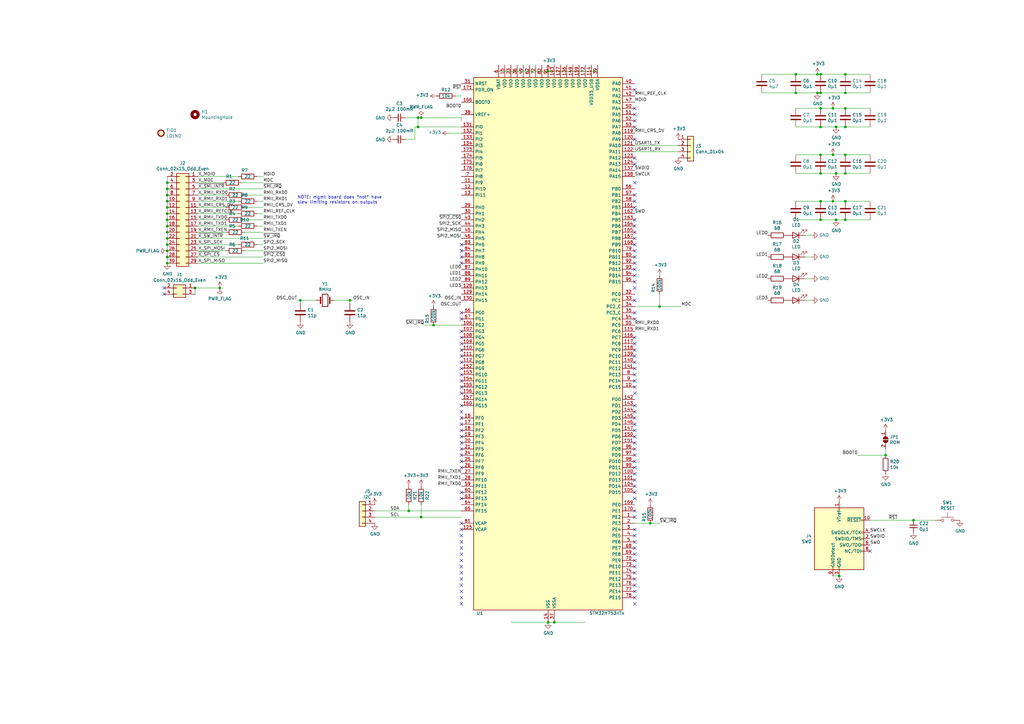
<source format=kicad_sch>
(kicad_sch (version 20230121) (generator eeschema)
  (paper "A3")
  (title_block (title "Gimlet-let addon thingy") (date "2021-04-21") (rev "1") (company "Oxide Computer Company"))
  (junction (at 68.58 100.33))
  (junction (at 342.9 90.17))
  (junction (at 341.63 82.55))
  (junction (at 224.79 29.21))
  (junction (at 68.58 92.71))
  (junction (at 177.8 133.35))
  (junction (at 342.9 71.12))
  (junction (at 68.58 87.63))
  (junction (at 68.58 77.47))
  (junction (at 68.58 80.01))
  (junction (at 270.51 125.73))
  (junction (at 336.55 82.55))
  (junction (at 335.28 30.48))
  (junction (at 336.55 38.1))
  (junction (at 344.17 236.22))
  (junction (at 68.58 107.95))
  (junction (at 68.58 85.09))
  (junction (at 346.71 30.48))
  (junction (at 68.58 105.41))
  (junction (at 143.51 123.19))
  (junction (at 346.71 44.45))
  (junction (at 335.28 38.1))
  (junction (at 346.71 63.5))
  (junction (at 341.63 44.45))
  (junction (at 123.19 123.19))
  (junction (at 336.55 63.5))
  (junction (at 68.58 102.87))
  (junction (at 363.22 186.69))
  (junction (at 266.7 214.63))
  (junction (at 68.58 90.17))
  (junction (at 326.39 30.48))
  (junction (at 172.72 48.26))
  (junction (at 346.71 90.17))
  (junction (at 171.45 48.26))
  (junction (at 326.39 38.1))
  (junction (at 68.58 74.93))
  (junction (at 374.65 213.36))
  (junction (at 346.71 38.1))
  (junction (at 171.45 52.07))
  (junction (at 68.58 95.25))
  (junction (at 68.58 97.79))
  (junction (at 336.55 71.12))
  (junction (at 336.55 44.45))
  (junction (at 336.55 52.07))
  (junction (at 346.71 52.07))
  (junction (at 336.55 30.48))
  (junction (at 80.01 118.11))
  (junction (at 167.64 209.55))
  (junction (at 172.72 212.09))
  (junction (at 68.58 82.55))
  (junction (at 346.71 82.55))
  (junction (at 224.79 255.27))
  (junction (at 90.17 118.11))
  (junction (at 342.9 52.07))
  (junction (at 346.71 71.12))
  (junction (at 341.63 63.5))
  (junction (at 227.33 255.27))
  (junction (at 336.55 90.17))
  (no_connect (at 260.35 146.05))
  (no_connect (at 189.23 138.43))
  (no_connect (at 189.23 179.07))
  (no_connect (at 189.23 102.87))
  (no_connect (at 260.35 156.21))
  (no_connect (at 260.35 240.03))
  (no_connect (at 260.35 138.43))
  (no_connect (at 260.35 179.07))
  (no_connect (at 260.35 166.37))
  (no_connect (at 260.35 153.67))
  (no_connect (at 189.23 227.33))
  (no_connect (at 260.35 128.27))
  (no_connect (at 260.35 100.33))
  (no_connect (at 260.35 148.59))
  (no_connect (at 260.35 229.87))
  (no_connect (at 189.23 140.97))
  (no_connect (at 260.35 191.77))
  (no_connect (at 260.35 143.51))
  (no_connect (at 260.35 44.45))
  (no_connect (at 260.35 80.01))
  (no_connect (at 260.35 173.99))
  (no_connect (at 260.35 57.15))
  (no_connect (at 260.35 224.79))
  (no_connect (at 260.35 115.57))
  (no_connect (at 260.35 82.55))
  (no_connect (at 189.23 184.15))
  (no_connect (at 260.35 247.65))
  (no_connect (at 260.35 176.53))
  (no_connect (at 260.35 95.25))
  (no_connect (at 260.35 102.87))
  (no_connect (at 260.35 196.85))
  (no_connect (at 260.35 212.09))
  (no_connect (at 260.35 199.39))
  (no_connect (at 260.35 227.33))
  (no_connect (at 260.35 92.71))
  (no_connect (at 189.23 156.21))
  (no_connect (at 260.35 158.75))
  (no_connect (at 189.23 237.49))
  (no_connect (at 189.23 128.27))
  (no_connect (at 260.35 74.93))
  (no_connect (at 189.23 242.57))
  (no_connect (at 189.23 173.99))
  (no_connect (at 189.23 201.93))
  (no_connect (at 189.23 240.03))
  (no_connect (at 189.23 166.37))
  (no_connect (at 189.23 135.89))
  (no_connect (at 260.35 97.79))
  (no_connect (at 260.35 52.07))
  (no_connect (at 260.35 181.61))
  (no_connect (at 189.23 143.51))
  (no_connect (at 189.23 214.63))
  (no_connect (at 189.23 224.79))
  (no_connect (at 189.23 168.91))
  (no_connect (at 189.23 186.69))
  (no_connect (at 67.31 120.65))
  (no_connect (at 189.23 107.95))
  (no_connect (at 260.35 49.53))
  (no_connect (at 189.23 176.53))
  (no_connect (at 189.23 130.81))
  (no_connect (at 260.35 140.97))
  (no_connect (at 189.23 245.11))
  (no_connect (at 189.23 234.95))
  (no_connect (at 260.35 110.49))
  (no_connect (at 260.35 184.15))
  (no_connect (at 260.35 217.17))
  (no_connect (at 189.23 217.17))
  (no_connect (at 260.35 90.17))
  (no_connect (at 260.35 113.03))
  (no_connect (at 260.35 209.55))
  (no_connect (at 260.35 67.31))
  (no_connect (at 189.23 151.13))
  (no_connect (at 260.35 107.95))
  (no_connect (at 260.35 118.11))
  (no_connect (at 189.23 105.41))
  (no_connect (at 260.35 194.31))
  (no_connect (at 356.87 226.06))
  (no_connect (at 189.23 189.23))
  (no_connect (at 189.23 161.29))
  (no_connect (at 260.35 234.95))
  (no_connect (at 189.23 204.47))
  (no_connect (at 260.35 64.77))
  (no_connect (at 189.23 219.71))
  (no_connect (at 260.35 189.23))
  (no_connect (at 189.23 148.59))
  (no_connect (at 260.35 204.47))
  (no_connect (at 260.35 219.71))
  (no_connect (at 260.35 171.45))
  (no_connect (at 260.35 168.91))
  (no_connect (at 260.35 222.25))
  (no_connect (at 260.35 186.69))
  (no_connect (at 260.35 242.57))
  (no_connect (at 189.23 191.77))
  (no_connect (at 260.35 151.13))
  (no_connect (at 260.35 36.83))
  (no_connect (at 260.35 85.09))
  (no_connect (at 260.35 245.11))
  (no_connect (at 260.35 232.41))
  (no_connect (at 260.35 130.81))
  (no_connect (at 189.23 171.45))
  (no_connect (at 260.35 105.41))
  (no_connect (at 189.23 146.05))
  (no_connect (at 189.23 181.61))
  (no_connect (at 189.23 100.33))
  (no_connect (at 67.31 118.11))
  (no_connect (at 260.35 161.29))
  (no_connect (at 260.35 123.19))
  (no_connect (at 260.35 46.99))
  (no_connect (at 189.23 153.67))
  (no_connect (at 189.23 232.41))
  (no_connect (at 189.23 222.25))
  (no_connect (at 260.35 201.93))
  (no_connect (at 260.35 237.49))
  (no_connect (at 189.23 247.65))
  (no_connect (at 189.23 158.75))
  (no_connect (at 189.23 229.87))
  (wire (pts (xy 336.55 63.5) (xy 341.63 63.5)))
  (wire (pts (xy 336.55 71.12) (xy 326.39 71.12)))
  (wire (pts (xy 326.39 82.55) (xy 336.55 82.55)))
  (wire (pts (xy 105.41 87.63) (xy 107.95 87.63)))
  (wire (pts (xy 68.58 100.33) (xy 68.58 102.87)))
  (wire (pts (xy 123.19 123.19) (xy 123.19 124.46)))
  (wire (pts (xy 356.87 38.1) (xy 346.71 38.1)))
  (wire (pts (xy 346.71 90.17) (xy 342.9 90.17)))
  (wire (pts (xy 81.28 87.63) (xy 97.79 87.63)))
  (wire (pts (xy 330.2 114.3) (xy 332.74 114.3)))
  (wire (pts (xy 260.35 125.73) (xy 270.51 125.73)))
  (wire (pts (xy 336.55 30.48) (xy 346.71 30.48)))
  (wire (pts (xy 330.2 96.52) (xy 332.74 96.52)))
  (wire (pts (xy 184.15 54.61) (xy 189.23 54.61)))
  (wire (pts (xy 356.87 71.12) (xy 346.71 71.12)))
  (wire (pts (xy 209.55 255.27) (xy 224.79 255.27)))
  (wire (pts (xy 68.58 85.09) (xy 68.58 87.63)))
  (wire (pts (xy 105.41 82.55) (xy 107.95 82.55)))
  (wire (pts (xy 81.28 72.39) (xy 97.79 72.39)))
  (wire (pts (xy 336.55 82.55) (xy 341.63 82.55)))
  (wire (pts (xy 344.17 236.22) (xy 341.63 236.22)))
  (wire (pts (xy 326.39 38.1) (xy 312.42 38.1)))
  (wire (pts (xy 189.23 52.07) (xy 171.45 52.07)))
  (wire (pts (xy 170.18 57.15) (xy 166.37 57.15)))
  (wire (pts (xy 346.71 44.45) (xy 356.87 44.45)))
  (wire (pts (xy 100.33 90.17) (xy 107.95 90.17)))
  (wire (pts (xy 81.28 77.47) (xy 107.95 77.47)))
  (wire (pts (xy 143.51 123.19) (xy 144.78 123.19)))
  (wire (pts (xy 363.22 184.15) (xy 363.22 186.69)))
  (wire (pts (xy 383.54 213.36) (xy 374.65 213.36)))
  (wire (pts (xy 172.72 48.26) (xy 189.23 48.26)))
  (wire (pts (xy 326.39 44.45) (xy 336.55 44.45)))
  (wire (pts (xy 68.58 80.01) (xy 68.58 82.55)))
  (wire (pts (xy 342.9 90.17) (xy 336.55 90.17)))
  (wire (pts (xy 278.13 59.69) (xy 260.35 59.69)))
  (wire (pts (xy 312.42 30.48) (xy 326.39 30.48)))
  (wire (pts (xy 351.79 186.69) (xy 363.22 186.69)))
  (wire (pts (xy 153.67 212.09) (xy 172.72 212.09)))
  (wire (pts (xy 346.71 63.5) (xy 356.87 63.5)))
  (wire (pts (xy 189.23 212.09) (xy 172.72 212.09)))
  (wire (pts (xy 279.4 125.73) (xy 270.51 125.73)))
  (wire (pts (xy 341.63 44.45) (xy 346.71 44.45)))
  (wire (pts (xy 99.06 74.93) (xy 107.95 74.93)))
  (wire (pts (xy 170.18 52.07) (xy 170.18 57.15)))
  (wire (pts (xy 346.71 38.1) (xy 336.55 38.1)))
  (wire (pts (xy 81.28 92.71) (xy 97.79 92.71)))
  (wire (pts (xy 81.28 100.33) (xy 97.79 100.33)))
  (wire (pts (xy 278.13 62.23) (xy 260.35 62.23)))
  (wire (pts (xy 266.7 214.63) (xy 260.35 214.63)))
  (wire (pts (xy 92.71 85.09) (xy 81.28 85.09)))
  (wire (pts (xy 346.71 30.48) (xy 356.87 30.48)))
  (wire (pts (xy 107.95 80.01) (xy 100.33 80.01)))
  (wire (pts (xy 336.55 52.07) (xy 326.39 52.07)))
  (wire (pts (xy 107.95 85.09) (xy 100.33 85.09)))
  (wire (pts (xy 342.9 52.07) (xy 336.55 52.07)))
  (wire (pts (xy 100.33 102.87) (xy 107.95 102.87)))
  (wire (pts (xy 68.58 102.87) (xy 68.58 105.41)))
  (wire (pts (xy 330.2 105.41) (xy 332.74 105.41)))
  (wire (pts (xy 374.65 213.36) (xy 356.87 213.36)))
  (wire (pts (xy 68.58 92.71) (xy 68.58 95.25)))
  (wire (pts (xy 68.58 74.93) (xy 68.58 77.47)))
  (wire (pts (xy 143.51 123.19) (xy 143.51 124.46)))
  (wire (pts (xy 270.51 125.73) (xy 270.51 120.65)))
  (wire (pts (xy 227.33 255.27) (xy 240.03 255.27)))
  (wire (pts (xy 346.71 71.12) (xy 342.9 71.12)))
  (wire (pts (xy 80.01 118.11) (xy 80.01 120.65)))
  (wire (pts (xy 326.39 30.48) (xy 335.28 30.48)))
  (wire (pts (xy 107.95 105.41) (xy 81.28 105.41)))
  (wire (pts (xy 173.99 133.35) (xy 177.8 133.35)))
  (wire (pts (xy 80.01 118.11) (xy 90.17 118.11)))
  (wire (pts (xy 68.58 95.25) (xy 68.58 97.79)))
  (wire (pts (xy 166.37 48.26) (xy 171.45 48.26)))
  (wire (pts (xy 105.41 100.33) (xy 107.95 100.33)))
  (wire (pts (xy 356.87 52.07) (xy 346.71 52.07)))
  (wire (pts (xy 342.9 71.12) (xy 336.55 71.12)))
  (wire (pts (xy 335.28 38.1) (xy 326.39 38.1)))
  (wire (pts (xy 224.79 255.27) (xy 227.33 255.27)))
  (wire (pts (xy 171.45 48.26) (xy 171.45 52.07)))
  (wire (pts (xy 68.58 97.79) (xy 68.58 100.33)))
  (wire (pts (xy 332.74 123.19) (xy 330.2 123.19)))
  (wire (pts (xy 81.28 82.55) (xy 97.79 82.55)))
  (wire (pts (xy 167.64 209.55) (xy 189.23 209.55)))
  (wire (pts (xy 81.28 97.79) (xy 107.95 97.79)))
  (wire (pts (xy 346.71 52.07) (xy 342.9 52.07)))
  (wire (pts (xy 171.45 48.26) (xy 172.72 48.26)))
  (wire (pts (xy 68.58 77.47) (xy 68.58 80.01)))
  (wire (pts (xy 336.55 44.45) (xy 341.63 44.45)))
  (wire (pts (xy 81.28 102.87) (xy 92.71 102.87)))
  (wire (pts (xy 100.33 95.25) (xy 107.95 95.25)))
  (wire (pts (xy 68.58 90.17) (xy 68.58 92.71)))
  (wire (pts (xy 68.58 72.39) (xy 68.58 74.93)))
  (wire (pts (xy 81.28 74.93) (xy 91.44 74.93)))
  (wire (pts (xy 224.79 29.21) (xy 245.11 29.21)))
  (wire (pts (xy 336.55 90.17) (xy 326.39 90.17)))
  (wire (pts (xy 153.67 209.55) (xy 167.64 209.55)))
  (wire (pts (xy 81.28 95.25) (xy 92.71 95.25)))
  (wire (pts (xy 177.8 133.35) (xy 189.23 133.35)))
  (wire (pts (xy 172.72 207.01) (xy 172.72 212.09)))
  (wire (pts (xy 129.54 123.19) (xy 123.19 123.19)))
  (wire (pts (xy 336.55 38.1) (xy 335.28 38.1)))
  (wire (pts (xy 189.23 48.26) (xy 189.23 49.53)))
  (wire (pts (xy 341.63 63.5) (xy 346.71 63.5)))
  (wire (pts (xy 346.71 82.55) (xy 356.87 82.55)))
  (wire (pts (xy 81.28 90.17) (xy 92.71 90.17)))
  (wire (pts (xy 326.39 63.5) (xy 336.55 63.5)))
  (wire (pts (xy 356.87 90.17) (xy 346.71 90.17)))
  (wire (pts (xy 204.47 29.21) (xy 224.79 29.21)))
  (wire (pts (xy 105.41 92.71) (xy 107.95 92.71)))
  (wire (pts (xy 171.45 52.07) (xy 170.18 52.07)))
  (wire (pts (xy 81.28 107.95) (xy 107.95 107.95)))
  (wire (pts (xy 167.64 207.01) (xy 167.64 209.55)))
  (wire (pts (xy 137.16 123.19) (xy 143.51 123.19)))
  (wire (pts (xy 68.58 82.55) (xy 68.58 85.09)))
  (wire (pts (xy 68.58 87.63) (xy 68.58 90.17)))
  (wire (pts (xy 186.69 39.37) (xy 189.23 39.37)))
  (wire (pts (xy 92.71 80.01) (xy 81.28 80.01)))
  (wire (pts (xy 107.95 72.39) (xy 105.41 72.39)))
  (wire (pts (xy 123.19 123.19) (xy 121.92 123.19)))
  (wire (pts (xy 335.28 30.48) (xy 336.55 30.48)))
  (wire (pts (xy 68.58 105.41) (xy 68.58 107.95)))
  (wire (pts (xy 341.63 82.55) (xy 346.71 82.55)))
  (wire (pts (xy 270.51 214.63) (xy 266.7 214.63)))
  (text "NOTE: mgmt board does *not* have\nslew limiting resistors on outputs" (at 121.92 83.82 0) (effects (font (size 1.27 1.27)) (justify left bottom)))
  (label "LED0" (at 314.96 96.52 180))
  (label "RMII_RXD1" (at 260.35 135.89 0))
  (label "LED3" (at 314.96 123.19 180))
  (label "SPI2_MOSI" (at 189.23 97.79 180))
  (label "SWO" (at 356.87 223.52 0))
  (label "RMII_TXEN" (at 107.95 95.25 0))
  (label "~{SW_IRQ}" (at 270.51 214.63 0))
  (label "X_RMII_TXD1" (at 81.28 92.71 0))
  (label "SPI2_MISO" (at 189.23 95.25 180))
  (label "RMII_TXD0" (at 189.23 199.39 180))
  (label "SPI2_MOSI" (at 107.95 102.87 0))
  (label "BOOT0" (at 189.23 44.45 180))
  (label "~{SMI_IRQ}" (at 173.99 133.35 180))
  (label "~{X_SMI_INTR}" (at 81.28 77.47 0))
  (label "SPI2_SCK" (at 107.95 100.33 0))
  (label "LED1" (at 314.96 105.41 180))
  (label "RMII_CRS_DV" (at 260.35 54.61 0))
  (label "X_RMII_RXD1" (at 81.28 82.55 0))
  (label "SWO" (at 260.35 87.63 0))
  (label "~{SMI_IRQ}" (at 107.95 77.47 0))
  (label "RMII_TXEN" (at 189.23 194.31 180))
  (label "X_MDC" (at 81.28 74.93 0))
  (label "USART1_TX" (at 260.35 59.69 0))
  (label "X_SPI_SCK" (at 81.28 100.33 0))
  (label "OSC_IN" (at 144.78 123.19 0))
  (label "SWCLK" (at 356.87 218.44 0))
  (label "RMII_RXD0" (at 107.95 80.01 0))
  (label "RMII_TXD1" (at 107.95 92.71 0))
  (label "~{X_SW_INTR}" (at 81.28 97.79 0))
  (label "LED2" (at 314.96 114.3 180))
  (label "MDC" (at 279.4 125.73 0))
  (label "USART1_RX" (at 260.35 62.23 0))
  (label "LED3" (at 189.23 118.11 180))
  (label "SCL" (at 163.83 212.09 180))
  (label "RMII_TXD0" (at 107.95 90.17 0))
  (label "X_RMII_TXEN" (at 81.28 95.25 0))
  (label "RMII_CRS_DV" (at 107.95 85.09 0))
  (label "X_RMII_REFCLK" (at 81.28 87.63 0))
  (label "SDA" (at 163.83 209.55 180))
  (label "SWCLK" (at 260.35 72.39 0))
  (label "X_SPI_MOSI" (at 81.28 102.87 0))
  (label "RMII_TXD1" (at 189.23 196.85 180))
  (label "LED0" (at 189.23 110.49 180))
  (label "SWDIO" (at 356.87 220.98 0))
  (label "LED1" (at 189.23 113.03 180))
  (label "OSC_OUT" (at 121.92 123.19 180))
  (label "LED2" (at 189.23 115.57 180))
  (label "X_SPI_MISO" (at 81.28 107.95 0))
  (label "OSC_IN" (at 189.23 123.19 180))
  (label "X_RMII_CRS_DV" (at 81.28 85.09 0))
  (label "RMII_RXD0" (at 260.35 133.35 0))
  (label "SWDIO" (at 260.35 69.85 0))
  (label "SPI2_MISO" (at 107.95 107.95 0))
  (label "~{SW_IRQ}" (at 107.95 97.79 0))
  (label "MDIO" (at 260.35 41.91 0))
  (label "X_RMII_RXD0" (at 81.28 80.01 0))
  (label "OSC_OUT" (at 189.23 125.73 180))
  (label "BOOT0" (at 351.79 186.69 180))
  (label "MDC" (at 107.95 74.93 0))
  (label "SPI2_SCK" (at 189.23 92.71 180))
  (label "RMII_REF_CLK" (at 260.35 39.37 0))
  (label "MDIO" (at 107.95 72.39 0))
  (label "X_MDIO" (at 81.28 72.39 0))
  (label "~{RST}" (at 364.49 213.36 0))
  (label "~{X_SPI_CS}" (at 81.28 105.41 0))
  (label "~{RST}" (at 189.23 36.83 180))
  (label "X_RMII_TXD0" (at 81.28 90.17 0))
  (label "~{SPI2_CS0}" (at 189.23 90.17 180))
  (label "RMII_REF_CLK" (at 107.95 87.63 0))
  (label "RMII_RXD1" (at 107.95 82.55 0))
  (label "~{SPI2_CS0}" (at 107.95 105.41 0))
  (symbol (lib_id "Connector:Conn_ARM_JTAG_SWD_10") (at 344.17 220.98 0) (unit 1)
    (property "Reference" "J4" (at 332.9178 219.8116 0) (effects (justify right)))
    (property "Value" "SWD" (at 332.9178 222.123 0) (effects (justify right)))
    (property "Footprint" "Connector_PinHeader_1.27mm:PinHeader_2x05_P1.27mm_Vertical_SMD" (effects hide))
    (property "Datasheet" "http://infocenter.arm.com/help/topic/com.arm.doc.ddi0314h/DDI0314H_coresight_components_trm.pdf" (effects hide))
  )
  (symbol (lib_id "Switch:SW_Push") (at 388.62 213.36 0) (unit 1)
    (property "Reference" "SW1" (at 388.62 206.121 0))
    (property "Value" "RESET" (at 388.62 208.4324 0))
    (property "Footprint" "c-and-k-pts851:PTS815" (effects hide))
  )
  (symbol (lib_id "Device:Crystal") (at 133.35 123.19 0) (unit 1)
    (property "Reference" "Y1" (at 133.35 116.3828 0))
    (property "Value" "8MHz" (at 133.35 118.6942 0))
    (property "Footprint" "Crystal:Crystal_SMD_5032-2Pin_5.0x3.2mm" (effects hide))
  )
  (symbol (lib_id "Connector_Generic:Conn_02x15_Odd_Even") (at 76.2 90.17 0) (mirror y) (unit 1)
    (property "Reference" "J2" (at 74.93 66.8782 0))
    (property "Value" "Conn_02x15_Odd_Even" (at 74.93 69.1896 0))
    (property "Footprint" "Connector_PinSocket_2.54mm:PinSocket_2x15_P2.54mm_Vertical" (effects hide))
  )
  (symbol (lib_id "Connector_Generic:Conn_02x02_Odd_Even") (at 74.93 118.11 0) (mirror y) (unit 1)
    (property "Reference" "J1" (at 73.66 112.5982 0))
    (property "Value" "Conn_02x16_Odd_Even" (at 73.66 114.9096 0))
    (property "Footprint" "Connector_PinSocket_2.54mm:PinSocket_2x02_P2.54mm_Vertical" (effects hide))
  )
  (symbol (lib_id "power:GND") (at 68.58 107.95 0) (unit 1)
    (property "Reference" "#PWR02" (effects hide))
    (property "Value" "GND" (at 68.707 112.3442 0))
  )
  (symbol (lib_id "power:+3V3") (at 90.17 118.11 0) (unit 1)
    (property "Reference" "#PWR03" (effects hide))
    (property "Value" "+3V3" (at 90.551 113.7158 0))
  )
  (symbol (lib_id "Device:C_Small") (at 374.65 215.9 0) (unit 1)
    (property "Reference" "C22" (at 376.9868 214.7316 0) (effects (justify left)))
    (property "Value" "0µ1" (at 376.9868 217.043 0) (effects (justify left)))
    (property "Footprint" "Capacitor_SMD:C_0603_1608Metric" (effects hide))
  )
  (symbol (lib_id "power:GND") (at 393.7 213.36 0) (unit 1)
    (property "Reference" "#PWR032" (effects hide))
    (property "Value" "GND" (at 393.827 217.7542 0))
  )
  (symbol (lib_id "power:GND") (at 374.65 218.44 0) (unit 1)
    (property "Reference" "#PWR031" (effects hide))
    (property "Value" "GND" (at 374.777 222.8342 0))
  )
  (symbol (lib_id "power:GND") (at 344.17 236.22 0) (unit 1)
    (property "Reference" "#PWR028" (effects hide))
    (property "Value" "GND" (at 344.297 240.6142 0))
  )
  (symbol (lib_id "power:+3V3") (at 344.17 205.74 0) (unit 1)
    (property "Reference" "#PWR027" (effects hide))
    (property "Value" "+3V3" (at 344.551 201.3458 0))
  )
  (symbol (lib_id "MCU_ST_STM32H7:STM32H753IITx") (at 224.79 140.97 0) (unit 1)
    (property "Reference" "U1" (at 196.85 251.46 0))
    (property "Value" "STM32H753IITx" (at 248.92 251.46 0))
    (property "Footprint" "Package_QFP:LQFP-176_24x24mm_P0.5mm" (effects hide))
    (property "Datasheet" "http://www.st.com/st-web-ui/static/active/en/resource/technical/document/datasheet/DM00388325.pdf" (effects hide))
  )
  (symbol (lib_id "Device:C_Small") (at 163.83 48.26 270) (unit 1)
    (property "Reference" "C3" (at 163.83 42.4434 90))
    (property "Value" "2µ2 100mR" (at 163.83 44.7548 90))
    (property "Footprint" "Capacitor_SMD:C_0603_1608Metric" (effects hide))
  )
  (symbol (lib_id "Device:C_Small") (at 163.83 57.15 270) (unit 1)
    (property "Reference" "C4" (at 163.83 51.3334 90))
    (property "Value" "2µ2 100mR" (at 163.83 53.6448 90))
    (property "Footprint" "Capacitor_SMD:C_0603_1608Metric" (effects hide))
  )
  (symbol (lib_id "power:GND") (at 161.29 48.26 270) (unit 1)
    (property "Reference" "#PWR06" (effects hide))
    (property "Value" "GND" (at 158.0388 48.387 90) (effects (justify right)))
  )
  (symbol (lib_id "power:GND") (at 161.29 57.15 270) (unit 1)
    (property "Reference" "#PWR07" (effects hide))
    (property "Value" "GND" (at 158.0388 57.277 90) (effects (justify right)))
  )
  (symbol (lib_id "Device:R") (at 182.88 39.37 270) (unit 1)
    (property "Reference" "R12" (at 182.88 36.83 90))
    (property "Value" "10k" (at 182.88 39.37 90))
    (property "Footprint" "Resistor_SMD:R_0603_1608Metric" (effects hide))
  )
  (symbol (lib_id "power:+3V3") (at 179.07 39.37 90) (unit 1)
    (property "Reference" "#PWR08" (effects hide))
    (property "Value" "+3V3" (at 175.8188 38.989 90) (effects (justify left)))
  )
  (symbol (lib_id "power:PWR_FLAG") (at 172.72 48.26 0) (unit 1)
    (property "Reference" "#FLG03" (effects hide))
    (property "Value" "PWR_FLAG" (at 172.72 43.8658 0))
  )
  (symbol (lib_id "power:+3V3") (at 224.79 29.21 0) (unit 1)
    (property "Reference" "#PWR010" (effects hide))
    (property "Value" "+3V3" (at 225.171 24.8158 0))
  )
  (symbol (lib_id "power:GND") (at 224.79 255.27 0) (unit 1)
    (property "Reference" "#PWR011" (effects hide))
    (property "Value" "GND" (at 224.917 259.6642 0))
  )
  (symbol (lib_id "Device:R") (at 96.52 102.87 270) (unit 1)
    (property "Reference" "R6" (at 95.25 100.33 90))
    (property "Value" "22" (at 96.52 102.87 90))
    (property "Footprint" "Resistor_SMD:R_0603_1608Metric" (effects hide))
  )
  (symbol (lib_id "Device:R") (at 101.6 100.33 270) (unit 1)
    (property "Reference" "R11" (at 100.33 97.79 90))
    (property "Value" "22" (at 101.6 100.33 90))
    (property "Footprint" "Resistor_SMD:R_0603_1608Metric" (effects hide))
  )
  (symbol (lib_id "Device:R") (at 95.25 74.93 270) (unit 1)
    (property "Reference" "R1" (at 93.98 72.39 90))
    (property "Value" "22" (at 95.25 74.93 90))
    (property "Footprint" "Resistor_SMD:R_0603_1608Metric" (effects hide))
  )
  (symbol (lib_id "Device:R") (at 101.6 72.39 270) (unit 1)
    (property "Reference" "R7" (at 100.33 69.85 90))
    (property "Value" "22" (at 101.6 72.39 90))
    (property "Footprint" "Resistor_SMD:R_0603_1608Metric" (effects hide))
  )
  (symbol (lib_id "Device:R") (at 96.52 95.25 270) (unit 1)
    (property "Reference" "R5" (at 95.25 92.71 90))
    (property "Value" "22" (at 96.52 95.25 90))
    (property "Footprint" "Resistor_SMD:R_0603_1608Metric" (effects hide))
  )
  (symbol (lib_id "Device:R") (at 101.6 92.71 270) (unit 1)
    (property "Reference" "R10" (at 100.33 90.17 90))
    (property "Value" "22" (at 101.6 92.71 90))
    (property "Footprint" "Resistor_SMD:R_0603_1608Metric" (effects hide))
  )
  (symbol (lib_id "Device:R") (at 96.52 90.17 270) (unit 1)
    (property "Reference" "R4" (at 95.25 87.63 90))
    (property "Value" "22" (at 96.52 90.17 90))
    (property "Footprint" "Resistor_SMD:R_0603_1608Metric" (effects hide))
  )
  (symbol (lib_id "Device:C") (at 123.19 128.27 0) (unit 1)
    (property "Reference" "C1" (at 126.111 127.1016 0) (effects (justify left)))
    (property "Value" "11p" (at 126.111 129.413 0) (effects (justify left)))
    (property "Footprint" "Capacitor_SMD:C_0603_1608Metric" (effects hide))
  )
  (symbol (lib_id "Device:C") (at 143.51 128.27 0) (unit 1)
    (property "Reference" "C2" (at 146.431 127.1016 0) (effects (justify left)))
    (property "Value" "11p" (at 146.431 129.413 0) (effects (justify left)))
    (property "Footprint" "Capacitor_SMD:C_0603_1608Metric" (effects hide))
  )
  (symbol (lib_id "power:GND") (at 123.19 132.08 0) (unit 1)
    (property "Reference" "#PWR04" (effects hide))
    (property "Value" "GND" (at 123.317 136.4742 0))
  )
  (symbol (lib_id "power:GND") (at 143.51 132.08 0) (unit 1)
    (property "Reference" "#PWR05" (effects hide))
    (property "Value" "GND" (at 143.637 136.4742 0))
  )
  (symbol (lib_id "Device:R") (at 363.22 190.5 0) (unit 1)
    (property "Reference" "R20" (at 364.998 189.3316 0) (effects (justify left)))
    (property "Value" "10k" (at 364.998 191.643 0) (effects (justify left)))
    (property "Footprint" "Resistor_SMD:R_0603_1608Metric" (effects hide))
  )
  (symbol (lib_id "Jumper:SolderJumper_2_Open") (at 363.22 180.34 270) (unit 1)
    (property "Reference" "JP1" (at 364.9472 179.1716 90) (effects (justify left)))
    (property "Value" "ROM" (at 364.9472 181.483 90) (effects (justify left)))
    (property "Footprint" "Jumper:SolderJumper-2_P1.3mm_Open_RoundedPad1.0x1.5mm" (effects hide))
  )
  (symbol (lib_id "power:+3V3") (at 363.22 176.53 0) (unit 1)
    (property "Reference" "#PWR029" (effects hide))
    (property "Value" "+3V3" (at 363.601 172.1358 0))
  )
  (symbol (lib_id "power:GND") (at 363.22 194.31 0) (unit 1)
    (property "Reference" "#PWR030" (effects hide))
    (property "Value" "GND" (at 363.347 198.7042 0))
  )
  (symbol (lib_id "Device:LED") (at 326.39 96.52 180) (unit 1)
    (property "Reference" "D1" (at 326.5678 90.043 0))
    (property "Value" "LED" (at 326.5678 92.3544 0))
    (property "Footprint" "LED_SMD:LED_0603_1608Metric" (effects hide))
  )
  (symbol (lib_id "Device:LED") (at 326.39 105.41 180) (unit 1)
    (property "Reference" "D2" (at 326.5678 98.933 0))
    (property "Value" "LED" (at 326.5678 101.2444 0))
    (property "Footprint" "LED_SMD:LED_0603_1608Metric" (effects hide))
  )
  (symbol (lib_id "Device:LED") (at 326.39 114.3 180) (unit 1)
    (property "Reference" "D3" (at 326.5678 107.823 0))
    (property "Value" "LED" (at 326.5678 110.1344 0))
    (property "Footprint" "LED_SMD:LED_0603_1608Metric" (effects hide))
  )
  (symbol (lib_id "Device:LED") (at 326.39 123.19 180) (unit 1)
    (property "Reference" "D4" (at 326.5678 116.713 0))
    (property "Value" "LED" (at 326.5678 119.0244 0))
    (property "Footprint" "LED_SMD:LED_0603_1608Metric" (effects hide))
  )
  (symbol (lib_id "Device:R") (at 318.77 96.52 270) (unit 1)
    (property "Reference" "R16" (at 318.77 91.2622 90))
    (property "Value" "68" (at 318.77 93.5736 90))
    (property "Footprint" "Resistor_SMD:R_0603_1608Metric" (effects hide))
  )
  (symbol (lib_id "Device:R") (at 318.77 105.41 270) (unit 1)
    (property "Reference" "R17" (at 318.77 100.1522 90))
    (property "Value" "68" (at 318.77 102.4636 90))
    (property "Footprint" "Resistor_SMD:R_0603_1608Metric" (effects hide))
  )
  (symbol (lib_id "Device:R") (at 318.77 114.3 270) (unit 1)
    (property "Reference" "R18" (at 318.77 109.0422 90))
    (property "Value" "68" (at 318.77 111.3536 90))
    (property "Footprint" "Resistor_SMD:R_0603_1608Metric" (effects hide))
  )
  (symbol (lib_id "Device:R") (at 318.77 123.19 270) (unit 1)
    (property "Reference" "R19" (at 318.77 117.9322 90))
    (property "Value" "68" (at 318.77 120.2436 90))
    (property "Footprint" "Resistor_SMD:R_0603_1608Metric" (effects hide))
  )
  (symbol (lib_id "power:GND") (at 332.74 96.52 90) (unit 1)
    (property "Reference" "#PWR015" (effects hide))
    (property "Value" "GND" (at 335.9912 96.393 90) (effects (justify right)))
  )
  (symbol (lib_id "power:GND") (at 332.74 105.41 90) (unit 1)
    (property "Reference" "#PWR016" (effects hide))
    (property "Value" "GND" (at 335.9912 105.283 90) (effects (justify right)))
  )
  (symbol (lib_id "power:GND") (at 332.74 114.3 90) (unit 1)
    (property "Reference" "#PWR017" (effects hide))
    (property "Value" "GND" (at 335.9912 114.173 90) (effects (justify right)))
  )
  (symbol (lib_id "power:GND") (at 332.74 123.19 90) (unit 1)
    (property "Reference" "#PWR018" (effects hide))
    (property "Value" "GND" (at 335.9912 123.063 90) (effects (justify right)))
  )
  (symbol (lib_id "Device:C") (at 312.42 34.29 0) (unit 1)
    (property "Reference" "C5" (at 315.341 33.1216 0) (effects (justify left)))
    (property "Value" "4µ7" (at 315.341 35.433 0) (effects (justify left)))
    (property "Footprint" "Capacitor_SMD:C_0603_1608Metric" (effects hide))
  )
  (symbol (lib_id "Device:C") (at 326.39 34.29 0) (unit 1)
    (property "Reference" "C6" (at 329.311 33.1216 0) (effects (justify left)))
    (property "Value" "0µ1" (at 329.311 35.433 0) (effects (justify left)))
    (property "Footprint" "Capacitor_SMD:C_0603_1608Metric" (effects hide))
  )
  (symbol (lib_id "Device:C") (at 336.55 34.29 0) (unit 1)
    (property "Reference" "C10" (at 339.471 33.1216 0) (effects (justify left)))
    (property "Value" "0µ1" (at 339.471 35.433 0) (effects (justify left)))
    (property "Footprint" "Capacitor_SMD:C_0603_1608Metric" (effects hide))
  )
  (symbol (lib_id "Device:C") (at 346.71 34.29 0) (unit 1)
    (property "Reference" "C14" (at 349.631 33.1216 0) (effects (justify left)))
    (property "Value" "0µ1" (at 349.631 35.433 0) (effects (justify left)))
    (property "Footprint" "Capacitor_SMD:C_0603_1608Metric" (effects hide))
  )
  (symbol (lib_id "Device:C") (at 356.87 34.29 0) (unit 1)
    (property "Reference" "C18" (at 359.791 33.1216 0) (effects (justify left)))
    (property "Value" "0µ1" (at 359.791 35.433 0) (effects (justify left)))
    (property "Footprint" "Capacitor_SMD:C_0603_1608Metric" (effects hide))
  )
  (symbol (lib_id "Device:C") (at 326.39 48.26 0) (unit 1)
    (property "Reference" "C7" (at 329.311 47.0916 0) (effects (justify left)))
    (property "Value" "0µ1" (at 329.311 49.403 0) (effects (justify left)))
    (property "Footprint" "Capacitor_SMD:C_0603_1608Metric" (effects hide))
  )
  (symbol (lib_id "Device:C") (at 336.55 48.26 0) (unit 1)
    (property "Reference" "C11" (at 339.471 47.0916 0) (effects (justify left)))
    (property "Value" "0µ1" (at 339.471 49.403 0) (effects (justify left)))
    (property "Footprint" "Capacitor_SMD:C_0603_1608Metric" (effects hide))
  )
  (symbol (lib_id "Device:C") (at 346.71 48.26 0) (unit 1)
    (property "Reference" "C15" (at 349.631 47.0916 0) (effects (justify left)))
    (property "Value" "0µ1" (at 349.631 49.403 0) (effects (justify left)))
    (property "Footprint" "Capacitor_SMD:C_0603_1608Metric" (effects hide))
  )
  (symbol (lib_id "Device:C") (at 356.87 48.26 0) (unit 1)
    (property "Reference" "C19" (at 359.791 47.0916 0) (effects (justify left)))
    (property "Value" "0µ1" (at 359.791 49.403 0) (effects (justify left)))
    (property "Footprint" "Capacitor_SMD:C_0603_1608Metric" (effects hide))
  )
  (symbol (lib_id "power:+3V3") (at 335.28 30.48 0) (unit 1)
    (property "Reference" "#PWR019" (effects hide))
    (property "Value" "+3V3" (at 335.661 26.0858 0))
  )
  (symbol (lib_id "power:GND") (at 335.28 38.1 0) (unit 1)
    (property "Reference" "#PWR020" (effects hide))
    (property "Value" "GND" (at 335.407 42.4942 0))
  )
  (symbol (lib_id "power:GND") (at 342.9 52.07 0) (unit 1)
    (property "Reference" "#PWR024" (effects hide))
    (property "Value" "GND" (at 343.027 56.4642 0))
  )
  (symbol (lib_id "power:+3V3") (at 341.63 44.45 0) (unit 1)
    (property "Reference" "#PWR021" (effects hide))
    (property "Value" "+3V3" (at 342.011 40.0558 0))
  )
  (symbol (lib_id "Device:C") (at 326.39 67.31 0) (unit 1)
    (property "Reference" "C8" (at 329.311 66.1416 0) (effects (justify left)))
    (property "Value" "0µ1" (at 329.311 68.453 0) (effects (justify left)))
    (property "Footprint" "Capacitor_SMD:C_0603_1608Metric" (effects hide))
  )
  (symbol (lib_id "Device:C") (at 336.55 67.31 0) (unit 1)
    (property "Reference" "C12" (at 339.471 66.1416 0) (effects (justify left)))
    (property "Value" "0µ1" (at 339.471 68.453 0) (effects (justify left)))
    (property "Footprint" "Capacitor_SMD:C_0603_1608Metric" (effects hide))
  )
  (symbol (lib_id "Device:C") (at 346.71 67.31 0) (unit 1)
    (property "Reference" "C16" (at 349.631 66.1416 0) (effects (justify left)))
    (property "Value" "0µ1" (at 349.631 68.453 0) (effects (justify left)))
    (property "Footprint" "Capacitor_SMD:C_0603_1608Metric" (effects hide))
  )
  (symbol (lib_id "Device:C") (at 356.87 67.31 0) (unit 1)
    (property "Reference" "C20" (at 359.791 66.1416 0) (effects (justify left)))
    (property "Value" "0µ1" (at 359.791 68.453 0) (effects (justify left)))
    (property "Footprint" "Capacitor_SMD:C_0603_1608Metric" (effects hide))
  )
  (symbol (lib_id "power:+3V3") (at 341.63 63.5 0) (unit 1)
    (property "Reference" "#PWR022" (effects hide))
    (property "Value" "+3V3" (at 342.011 59.1058 0))
  )
  (symbol (lib_id "power:GND") (at 342.9 71.12 0) (unit 1)
    (property "Reference" "#PWR025" (effects hide))
    (property "Value" "GND" (at 343.027 75.5142 0))
  )
  (symbol (lib_id "Device:C") (at 326.39 86.36 0) (unit 1)
    (property "Reference" "C9" (at 329.311 85.1916 0) (effects (justify left)))
    (property "Value" "0µ1" (at 329.311 87.503 0) (effects (justify left)))
    (property "Footprint" "Capacitor_SMD:C_0603_1608Metric" (effects hide))
  )
  (symbol (lib_id "Device:C") (at 336.55 86.36 0) (unit 1)
    (property "Reference" "C13" (at 339.471 85.1916 0) (effects (justify left)))
    (property "Value" "0µ1" (at 339.471 87.503 0) (effects (justify left)))
    (property "Footprint" "Capacitor_SMD:C_0603_1608Metric" (effects hide))
  )
  (symbol (lib_id "Device:C") (at 346.71 86.36 0) (unit 1)
    (property "Reference" "C17" (at 349.631 85.1916 0) (effects (justify left)))
    (property "Value" "0µ1" (at 349.631 87.503 0) (effects (justify left)))
    (property "Footprint" "Capacitor_SMD:C_0603_1608Metric" (effects hide))
  )
  (symbol (lib_id "Device:C") (at 356.87 86.36 0) (unit 1)
    (property "Reference" "C21" (at 359.791 85.1916 0) (effects (justify left)))
    (property "Value" "0µ1" (at 359.791 87.503 0) (effects (justify left)))
    (property "Footprint" "Capacitor_SMD:C_0603_1608Metric" (effects hide))
  )
  (symbol (lib_id "power:+3V3") (at 341.63 82.55 0) (unit 1)
    (property "Reference" "#PWR023" (effects hide))
    (property "Value" "+3V3" (at 342.011 78.1558 0))
  )
  (symbol (lib_id "power:GND") (at 342.9 90.17 0) (unit 1)
    (property "Reference" "#PWR026" (effects hide))
    (property "Value" "GND" (at 343.027 94.5642 0))
  )
  (symbol (lib_id "Device:R") (at 101.6 87.63 270) (unit 1)
    (property "Reference" "R9" (at 100.33 85.09 90))
    (property "Value" "22" (at 101.6 87.63 90))
    (property "Footprint" "Resistor_SMD:R_0603_1608Metric" (effects hide))
  )
  (symbol (lib_id "Device:R") (at 96.52 85.09 270) (unit 1)
    (property "Reference" "R3" (at 95.25 82.55 90))
    (property "Value" "22" (at 96.52 85.09 90))
    (property "Footprint" "Resistor_SMD:R_0603_1608Metric" (effects hide))
  )
  (symbol (lib_id "Device:R") (at 101.6 82.55 270) (unit 1)
    (property "Reference" "R8" (at 100.33 80.01 90))
    (property "Value" "22" (at 101.6 82.55 90))
    (property "Footprint" "Resistor_SMD:R_0603_1608Metric" (effects hide))
  )
  (symbol (lib_id "Device:R") (at 96.52 80.01 270) (unit 1)
    (property "Reference" "R2" (at 95.25 77.47 90))
    (property "Value" "22" (at 96.52 80.01 90))
    (property "Footprint" "Resistor_SMD:R_0603_1608Metric" (effects hide))
  )
  (symbol (lib_id "Device:R") (at 177.8 129.54 0) (unit 1)
    (property "Reference" "R13" (at 175.26 130.81 90))
    (property "Value" "100k" (at 177.8 129.54 90))
    (property "Footprint" "Resistor_SMD:R_0603_1608Metric" (effects hide))
  )
  (symbol (lib_id "Device:R") (at 270.51 116.84 0) (unit 1)
    (property "Reference" "R14" (at 267.97 118.11 90))
    (property "Value" "100k" (at 270.51 116.84 90))
    (property "Footprint" "Resistor_SMD:R_0603_1608Metric" (effects hide))
  )
  (symbol (lib_id "Device:R") (at 266.7 210.82 0) (unit 1)
    (property "Reference" "R15" (at 264.16 212.09 90))
    (property "Value" "100k" (at 266.7 210.82 90))
    (property "Footprint" "Resistor_SMD:R_0603_1608Metric" (effects hide))
  )
  (symbol (lib_id "power:+3V3") (at 270.51 113.03 0) (unit 1)
    (property "Reference" "#PWR012" (effects hide))
    (property "Value" "+3V3" (at 270.891 108.6358 0))
  )
  (symbol (lib_id "power:PWR_FLAG") (at 90.17 118.11 180) (unit 1)
    (property "Reference" "#FLG02" (effects hide))
    (property "Value" "PWR_FLAG" (at 90.17 122.5042 0))
  )
  (symbol (lib_id "power:+3V3") (at 184.15 54.61 90) (unit 1)
    (property "Reference" "#PWR09" (effects hide))
    (property "Value" "+3V3" (at 180.8988 54.229 90) (effects (justify left)))
  )
  (symbol (lib_id "Connector_Generic:Conn_01x04") (at 283.21 59.69 0) (unit 1)
    (property "Reference" "J3" (at 285.242 59.8932 0) (effects (justify left)))
    (property "Value" "Conn_01x04" (at 285.242 62.2046 0) (effects (justify left)))
    (property "Footprint" "Connector_PinHeader_2.54mm:PinHeader_1x04_P2.54mm_Horizontal" (effects hide))
  )
  (symbol (lib_id "power:+3V3") (at 278.13 57.15 0) (unit 1)
    (property "Reference" "#PWR013" (effects hide))
    (property "Value" "+3V3" (at 278.511 52.7558 0))
  )
  (symbol (lib_id "power:GND") (at 278.13 64.77 0) (unit 1)
    (property "Reference" "#PWR014" (effects hide))
    (property "Value" "GND" (at 278.257 69.1642 0))
  )
  (symbol (lib_id "Mechanical:MountingHole") (at 80.01 46.99 0) (unit 1)
    (property "Reference" "H1" (at 82.55 45.8216 0) (effects (justify left)))
    (property "Value" "MountingHole" (at 82.55 48.133 0) (effects (justify left)))
    (property "Footprint" "MountingHole:MountingHole_3.2mm_M3" (effects hide))
  )
  (symbol (lib_id "power:+3V3") (at 266.7 207.01 0) (unit 1)
    (property "Reference" "#PWR0101" (effects hide))
    (property "Value" "+3V3" (at 267.081 202.6158 0))
  )
  (symbol (lib_id "power:+3V3") (at 177.8 125.73 0) (unit 1)
    (property "Reference" "#PWR0102" (effects hide))
    (property "Value" "+3V3" (at 178.181 121.3358 0))
  )
  (symbol (lib_id "power:PWR_FLAG") (at 68.58 102.87 90) (unit 1)
    (property "Reference" "#FLG0101" (effects hide))
    (property "Value" "PWR_FLAG" (at 65.3542 102.87 90) (effects (justify left)))
  )
  (symbol (lib_id "Mechanical:Fiducial") (at 66.04 54.61 0) (unit 1)
    (property "Reference" "FID1" (at 68.199 53.4416 0) (effects (justify left)))
    (property "Value" "LOLNO" (at 68.199 55.753 0) (effects (justify left)))
    (property "Footprint" "grumpy:Oxide_Board_Identifier_33x7mm" (effects hide))
  )
  (symbol (lib_id "Device:R") (at 167.64 203.2 180) (unit 1)
    (property "Reference" "R21" (at 170.18 203.2 90))
    (property "Value" "10k" (at 167.64 203.2 90))
    (property "Footprint" "Resistor_SMD:R_0603_1608Metric" (effects hide))
  )
  (symbol (lib_id "Device:R") (at 172.72 203.2 180) (unit 1)
    (property "Reference" "R22" (at 175.26 203.2 90))
    (property "Value" "10k" (at 172.72 203.2 90))
    (property "Footprint" "Resistor_SMD:R_0603_1608Metric" (effects hide))
  )
  (symbol (lib_id "power:+3V3") (at 167.64 199.39 0) (unit 1)
    (property "Reference" "#PWR034" (effects hide))
    (property "Value" "+3V3" (at 168.021 194.9958 0))
  )
  (symbol (lib_id "power:+3V3") (at 172.72 199.39 0) (unit 1)
    (property "Reference" "#PWR035" (effects hide))
    (property "Value" "+3V3" (at 173.101 194.9958 0))
  )
  (symbol (lib_id "Connector_Generic:Conn_01x04") (at 148.59 209.55 0) (mirror y) (unit 1)
    (property "Reference" "J5" (at 150.6728 201.4982 0))
    (property "Value" "I2C" (at 150.6728 203.8096 0))
    (property "Footprint" "Connector_PinHeader_2.54mm:PinHeader_1x04_P2.54mm_Vertical_SMD_Pin1Left" (effects hide))
  )
  (symbol (lib_id "power:+3V3") (at 153.67 207.01 0) (unit 1)
    (property "Reference" "#PWR01" (effects hide))
    (property "Value" "+3V3" (at 154.051 202.6158 0))
  )
  (symbol (lib_id "power:GND") (at 153.67 214.63 0) (unit 1)
    (property "Reference" "#PWR033" (effects hide))
    (property "Value" "GND" (at 153.797 219.0242 0))
  )
)
</source>
